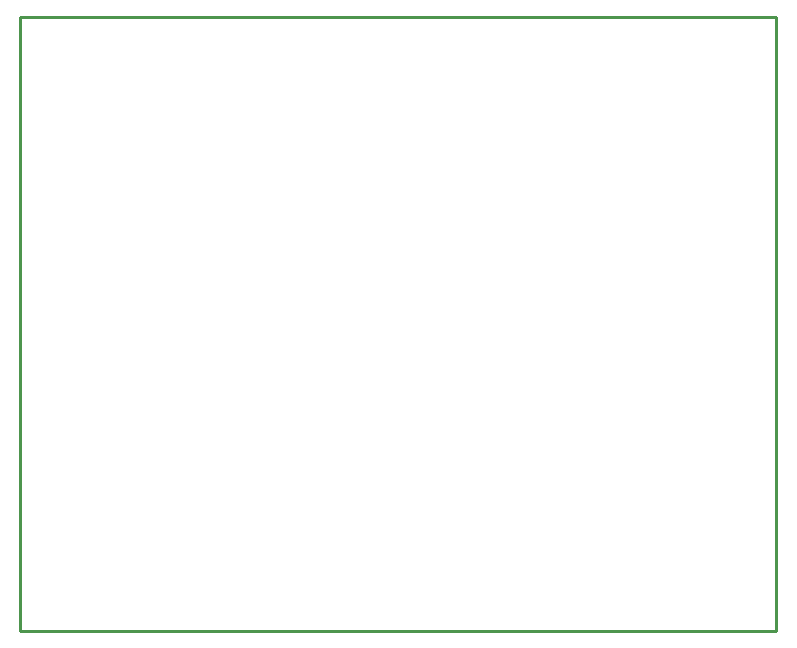
<source format=gm1>
%TF.GenerationSoftware,KiCad,Pcbnew,7.0.10-7.0.10~ubuntu22.04.1*%
%TF.CreationDate,2024-06-11T12:21:51+02:00*%
%TF.ProjectId,PQ_BotBoard,50515f42-6f74-4426-9f61-72642e6b6963,rev?*%
%TF.SameCoordinates,Original*%
%TF.FileFunction,Profile,NP*%
%FSLAX46Y46*%
G04 Gerber Fmt 4.6, Leading zero omitted, Abs format (unit mm)*
G04 Created by KiCad (PCBNEW 7.0.10-7.0.10~ubuntu22.04.1) date 2024-06-11 12:21:51*
%MOMM*%
%LPD*%
G01*
G04 APERTURE LIST*
%TA.AperFunction,Profile*%
%ADD10C,0.254000*%
%TD*%
G04 APERTURE END LIST*
D10*
X134000000Y-83000000D02*
X70000000Y-83000000D01*
X134000000Y-31000000D02*
X134000000Y-83000000D01*
X70000000Y-31000000D02*
X134000000Y-31000000D01*
X70000000Y-83000000D02*
X70000000Y-31000000D01*
M02*

</source>
